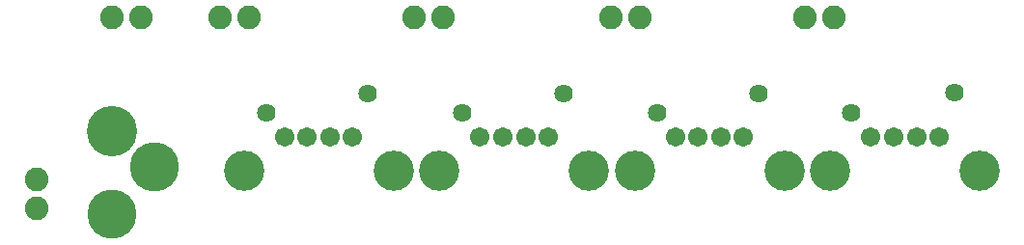
<source format=gbs>
G75*
G70*
%OFA0B0*%
%FSLAX24Y24*%
%IPPOS*%
%LPD*%
%AMOC8*
5,1,8,0,0,1.08239X$1,22.5*
%
%ADD10C,0.1390*%
%ADD11C,0.1740*%
%ADD12C,0.1700*%
%ADD13C,0.0820*%
%ADD14C,0.0640*%
%ADD15C,0.0671*%
D10*
X008715Y004770D03*
X013885Y004770D03*
X015465Y004770D03*
X020635Y004770D03*
X022215Y004770D03*
X027385Y004770D03*
X028965Y004770D03*
X034135Y004770D03*
D11*
X004150Y006134D03*
D12*
X004160Y003251D03*
X005631Y004883D03*
D13*
X001550Y004470D03*
X001550Y003470D03*
X004170Y010050D03*
X005170Y010050D03*
X007900Y010070D03*
X008900Y010070D03*
X014600Y010070D03*
X015600Y010070D03*
X021400Y010070D03*
X022400Y010070D03*
X028100Y010070D03*
X029100Y010070D03*
D14*
X026500Y007420D03*
X029700Y006770D03*
X033250Y007470D03*
X023000Y006770D03*
X019750Y007420D03*
X016250Y006770D03*
X013000Y007420D03*
X009500Y006770D03*
D15*
X010120Y005930D03*
X010900Y005930D03*
X011700Y005930D03*
X012480Y005930D03*
X016870Y005930D03*
X017650Y005930D03*
X018450Y005930D03*
X019230Y005930D03*
X023620Y005930D03*
X024400Y005930D03*
X025200Y005930D03*
X025980Y005930D03*
X030370Y005930D03*
X031150Y005930D03*
X031950Y005930D03*
X032730Y005930D03*
M02*

</source>
